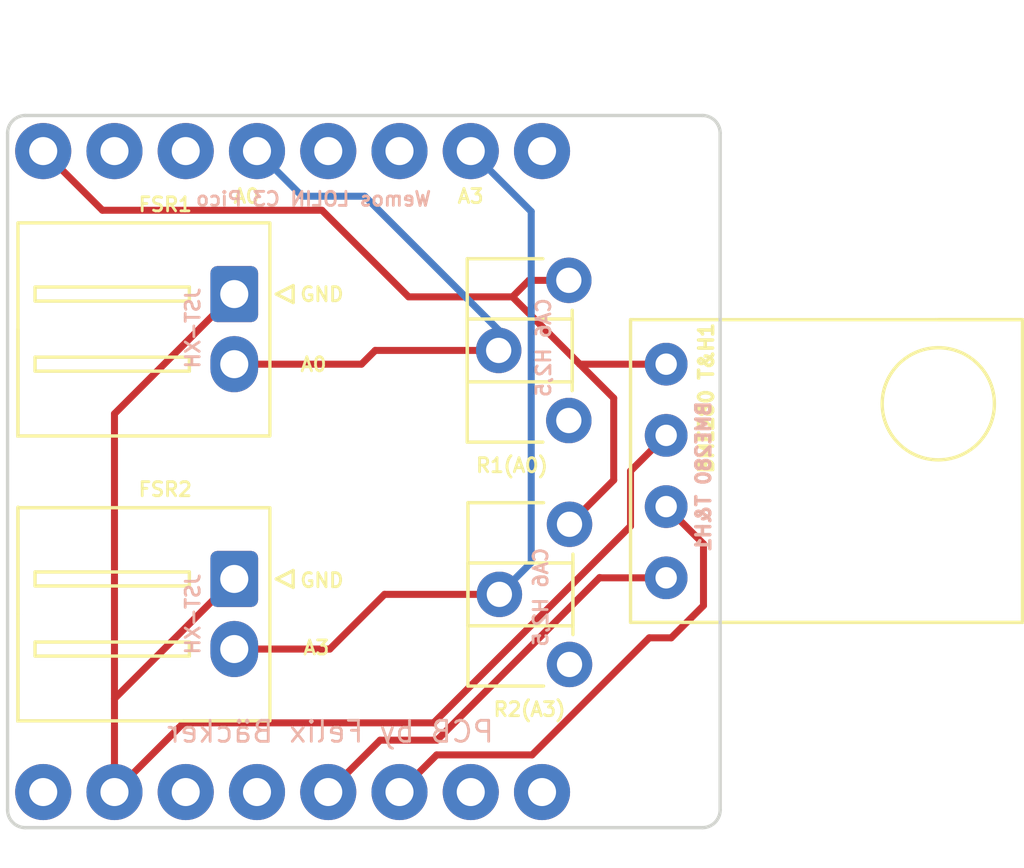
<source format=kicad_pcb>
(kicad_pcb (version 20211014) (generator pcbnew)
  (layers (0 "F.Cu" signal) (31 "B.Cu" signal) (34 "B.Paste" user) (35 "F.Paste" user) (36 "B.SilkS" user "B.Silkscreen") (37 "F.SilkS" user "F.Silkscreen") (38 "B.Mask" user) (39 "F.Mask" user) (44 "Edge.Cuts" user))
  (net 0 "")
  (net 1 "VIN")
  (net 2 "GND")
  (net 3 "3.3V")
  (net 4 "RST")
  (net 5 "A3")
  (net 6 "A2")
  (net 7 "A1")
  (net 8 "A0")
  (net 9 "A4")
  (net 10 "A5")
  (net 11 "SCL")
  (net 12 "SDA")
  (footprint "MountingHole:MountingHole_2.2mm_M2" (layer "F.Cu") (at 137.2 137.2)
    (fp_text reference "REF**" hide)
    (fp_text value "MountingHole_2.2mm_M2")
    (pad "" np_thru_hole circle (at 0 0) (size 2.2 2.2) (drill 2.2) (layers *.Cu *.Mask))
  )
  (footprint "Connector_JST:JST_XH_S2B-XH-A-1_1x02_P2.50mm_Horizontal" (layer "F.Cu") (at 114.375 152.4 -90)
    (fp_text reference "FSR2" (at -4.445 -5.64) (layer "F.SilkS") (effects (font (size 0.5 0.5) (thickness 0.1))))
    (fp_text value "JST_XH_S2B-XH-A-1_1x02_P2.50mm_Horizontal" hide)
    (fp_line (start -1 -1) (end -1 -6.5) (layer "F.SilkS") (width 0.12))
    (fp_line (start 1.5 -1) (end 1.5 -6.5) (layer "F.SilkS") (width 0.12))
    (fp_line (start -1 -6.5) (end -1.5 -6.5) (layer "F.SilkS") (width 0.12))
    (fp_line (start 1 -1) (end 1.5 -1) (layer "F.SilkS") (width 0.12))
    (fp_line (start 0 -0.39) (end -3.81 -0.39) (layer "F.SilkS") (width 0.12))
    (fp_line (start 1.5 -6.5) (end 1 -6.5) (layer "F.SilkS") (width 0.12))
    (fp_line (start -1.55 -10.2) (end -0.95 -10.2) (layer "F.SilkS") (width 0.12))
    (fp_line (start -1.5 -6.5) (end -1.5 -1) (layer "F.SilkS") (width 0.12))
    (fp_line (start 0 -0.39) (end 3.81 -0.39) (layer "F.SilkS") (width 0.12))
    (fp_line (start 1 -6.5) (end 1 -1) (layer "F.SilkS") (width 0.12))
    (fp_line (start -0.95 -10.2) (end -1.25 -9.6) (layer "F.SilkS") (width 0.12))
    (fp_line (start -1.5 -1) (end -1 -1) (layer "F.SilkS") (width 0.12))
    (fp_line (start -1.25 -9.6) (end -1.55 -10.2) (layer "F.SilkS") (width 0.12))
    (fp_rect (start 3.81 -0.39) (end -3.79 -9.37) (layer "F.SilkS") (width 0.12) (fill none))
    (pad "1" thru_hole roundrect (at -1.25 -8.1) (size 1.7 2) (drill 1) (layers *.Cu *.Mask) (roundrect_rratio 0.1470588235) (net 2 "GND"))
    (pad "2" thru_hole oval (at 1.25 -8.1) (size 1.7 2) (drill 1) (layers *.Cu *.Mask) (net 5 "A3"))
  )
  (footprint "Potentiometer_THT:Potentiometer_ACP_CA6-H2,5_Horizontal" (layer "F.Cu") (at 134.425 154.2 180)
    (fp_text reference "R2(A3)" (at 1.425 -1.6) (layer "F.SilkS") (effects (font (size 0.5 0.5) (thickness 0.1))))
    (fp_text value "Potentiometer_ACP_CA6-H2,5_Horizontal")
    (fp_line (start 3.62 -0.77) (end 3.62 5.77) (layer "F.SilkS") (width 0.12))
    (fp_line (start -0.121 3.62) (end 3.62 3.62) (layer "F.SilkS") (width 0.12))
    (fp_line (start 0.925 -0.77) (end 3.62 -0.77) (layer "F.SilkS") (width 0.12))
    (fp_line (start -0.121 1.38) (end -0.121 3.62) (layer "F.SilkS") (width 0.12))
    (fp_line (start 0.925 5.77) (end 3.62 5.77) (layer "F.SilkS") (width 0.12))
    (fp_line (start 3.62 1.38) (end 3.62 3.62) (layer "F.SilkS") (width 0.12))
    (fp_line (start -0.121 1.066) (end -0.121 3.935) (layer "F.SilkS") (width 0.12))
    (fp_line (start -0.121 1.38) (end 3.62 1.38) (layer "F.SilkS") (width 0.12))
    (pad "1" thru_hole circle (at 0 0 180) (size 1.62 1.62) (drill 0.9) (layers *.Cu *.Mask))
    (pad "2" thru_hole circle (at 2.5 2.5 180) (size 1.62 1.62) (drill 0.9) (layers *.Cu *.Mask) (net 5 "A3"))
    (pad "3" thru_hole circle (at 0 5 180) (size 1.62 1.62) (drill 0.9) (layers *.Cu *.Mask) (net 3 "3.3V"))
  )
  (footprint "Potentiometer_THT:Potentiometer_ACP_CA6-H2,5_Horizontal" (layer "F.Cu") (at 134.4 145.5 180)
    (fp_text reference "R1(A0)" (at 2.025 -1.6) (layer "F.SilkS") (effects (font (size 0.5 0.5) (thickness 0.1))))
    (fp_text value "Potentiometer_ACP_CA6-H2,5_Horizontal")
    (fp_line (start 3.62 -0.77) (end 3.62 5.77) (layer "F.SilkS") (width 0.12))
    (fp_line (start -0.121 3.62) (end 3.62 3.62) (layer "F.SilkS") (width 0.12))
    (fp_line (start 0.925 -0.77) (end 3.62 -0.77) (layer "F.SilkS") (width 0.12))
    (fp_line (start -0.121 1.38) (end -0.121 3.62) (layer "F.SilkS") (width 0.12))
    (fp_line (start 0.925 5.77) (end 3.62 5.77) (layer "F.SilkS") (width 0.12))
    (fp_line (start 3.62 1.38) (end 3.62 3.62) (layer "F.SilkS") (width 0.12))
    (fp_line (start -0.121 1.066) (end -0.121 3.935) (layer "F.SilkS") (width 0.12))
    (fp_line (start -0.121 1.38) (end 3.62 1.38) (layer "F.SilkS") (width 0.12))
    (pad "1" thru_hole circle (at 0 0 180) (size 1.62 1.62) (drill 0.9) (layers *.Cu *.Mask))
    (pad "2" thru_hole circle (at 2.5 2.5 180) (size 1.62 1.62) (drill 0.9) (layers *.Cu *.Mask) (net 8 "A0"))
    (pad "3" thru_hole circle (at 0 5 180) (size 1.62 1.62) (drill 0.9) (layers *.Cu *.Mask) (net 3 "3.3V"))
  )
  (footprint "Custom Footprints:BME280 5V" (layer "F.Cu") (at 136.6 147.3 -90)
    (fp_text reference "BME280 T&H1" (at -2.6 -2.7 90 unlocked) (layer "F.SilkS") (effects (font (size 0.5 0.5) (thickness 0.125))))
    (fp_text value "BME280 5V")
    (fp_line (start -5.3975 -13.97) (end -5.3975 -10.97) (layer "F.SilkS") (width 0.12))
    (fp_line (start -5.3975 -13.97) (end 5.3975 -13.97) (layer "F.SilkS") (width 0.12))
    (fp_line (start 5.3975 0) (end -5.3975 0) (layer "F.SilkS") (width 0.12))
    (fp_line (start -5.3975 0) (end -5.3975 -13.97) (layer "F.SilkS") (width 0.12))
    (fp_line (start 5.3975 -13.97) (end 5.3975 0) (layer "F.SilkS") (width 0.12))
    (fp_circle (center -2.3975 -10.97) (end -0.3975 -10.97) (layer "F.SilkS") (width 0.12) (fill none))
    (pad "1" thru_hole circle (at -3.81 -1.27 180) (size 1.524 1.524) (drill 0.762) (layers *.Cu *.Mask) (net 3 "3.3V"))
    (pad "2" thru_hole circle (at -1.27 -1.27 180) (size 1.524 1.524) (drill 0.762) (layers *.Cu *.Mask) (net 2 "GND"))
    (pad "3" thru_hole circle (at 1.27 -1.27 180) (size 1.524 1.524) (drill 0.762) (layers *.Cu *.Mask) (net 11 "SCL"))
    (pad "4" thru_hole circle (at 3.81 -1.27 180) (size 1.524 1.524) (drill 0.762) (layers *.Cu *.Mask) (net 12 "SDA"))
  )
  (footprint "MountingHole:MountingHole_2.2mm_M2" (layer "F.Cu") (at 137.2 157.44)
    (fp_text reference "REF**" hide)
    (fp_text value "MountingHole_2.2mm_M2")
    (pad "" np_thru_hole circle (at 0 0.04) (size 2.2 2.2) (drill 2.2) (layers F&B.Cu *.Mask))
  )
  (footprint "Connector_JST:JST_XH_S2B-XH-A-1_1x02_P2.50mm_Horizontal" (layer "F.Cu") (at 114.375 142.24 -90)
    (fp_text reference "FSR1" (at -4.445 -5.64) (layer "F.SilkS") (effects (font (size 0.5 0.5) (thickness 0.1))))
    (fp_text value "ST_XH_S2B-XH-A-1_1x02_P2.50mm_Horizontal" hide)
    (fp_line (start -1.5 -1) (end -1 -1) (layer "F.SilkS") (width 0.12))
    (fp_line (start -1 -6.5) (end -1.5 -6.5) (layer "F.SilkS") (width 0.12))
    (fp_line (start -1.5 -6.5) (end -1.5 -1) (layer "F.SilkS") (width 0.12))
    (fp_line (start 0 -0.39) (end 3.81 -0.39) (layer "F.SilkS") (width 0.12))
    (fp_line (start 1 -1) (end 1.5 -1) (layer "F.SilkS") (width 0.12))
    (fp_line (start 1 -6.5) (end 1 -1) (layer "F.SilkS") (width 0.12))
    (fp_line (start 1.5 -1) (end 1.5 -6.5) (layer "F.SilkS") (width 0.12))
    (fp_line (start -1 -1) (end -1 -6.5) (layer "F.SilkS") (width 0.12))
    (fp_line (start -1.25 -9.6) (end -1.55 -10.2) (layer "F.SilkS") (width 0.12))
    (fp_line (start -1.55 -10.2) (end -0.95 -10.2) (layer "F.SilkS") (width 0.12))
    (fp_line (start -0.95 -10.2) (end -1.25 -9.6) (layer "F.SilkS") (width 0.12))
    (fp_line (start 1.5 -6.5) (end 1 -6.5) (layer "F.SilkS") (width 0.12))
    (fp_rect (start 3.81 -0.39) (end -3.79 -9.37) (layer "F.SilkS") (width 0.12) (fill none))
    (pad "1" thru_hole roundrect (at -1.25 -8.1) (size 1.7 2) (drill 1) (layers *.Cu *.Mask) (roundrect_rratio 0.1470588235) (net 2 "GND"))
    (pad "2" thru_hole oval (at 1.25 -8.1) (size 1.7 2) (drill 1) (layers *.Cu *.Mask) (net 8 "A0"))
  )
  (footprint "Module:WEMOS_Lolin_ESP32-C3_Pico" (layer "F.Cu") (at 114.395 147.32 -90)
    (fp_text reference "Wemos LOLIN C3 Pico" (at -9.72 -10.905) (layer "B.SilkS") (effects (font (size 0.5 0.5) (thickness 0.1)) (justify mirror)))
    (fp_text value "ESP32-C3")
    (fp_line (start -12.7 -24.765) (end -12.7 -0.635) (layer "Edge.Cuts") (width 0.12))
    (fp_line (start 12.065 -25.4) (end -12.065 -25.4) (layer "Edge.Cuts") (width 0.12))
    (fp_line (start 12.7 -0.635) (end 12.7 -24.765) (layer "Edge.Cuts") (width 0.12))
    (fp_line (start -12.065 0) (end 12.065 0) (layer "Edge.Cuts") (width 0.12))
    (fp_arc (start -12.065 0) (mid -12.514013 -0.185987) (end -12.7 -0.635) (layer "Edge.Cuts") (width 0.12))
    (fp_arc (start -12.7 -24.765) (mid -12.514013 -25.214013) (end -12.065 -25.4) (layer "Edge.Cuts") (width 0.12))
    (fp_arc (start 12.065 -25.4) (mid 12.514013 -25.214013) (end 12.7 -24.765) (layer "Edge.Cuts") (width 0.12))
    (fp_arc (start 12.7 -0.635) (mid 12.514013 -0.185987) (end 12.065 0) (layer "Edge.Cuts") (width 0.12))
    (pad "1" thru_hole circle (at -11.43 -19.05 270) (size 2 2) (drill 1) (layers *.Cu *.Mask) (net 4 "RST"))
    (pad "2" thru_hole circle (at -11.43 -16.51 270) (size 2 2) (drill 1) (layers *.Cu *.Mask) (net 5 "A3"))
    (pad "3" thru_hole circle (at -11.43 -13.97 270) (size 2 2) (drill 1) (layers *.Cu *.Mask) (net 6 "A2"))
    (pad "4" thru_hole circle (at -11.43 -11.43 270) (size 2 2) (drill 1) (layers *.Cu *.Mask) (net 7 "A1"))
    (pad "5" thru_hole circle (at -11.43 -8.89 270) (size 2 2) (drill 1) (layers *.Cu *.Mask) (net 8 "A0"))
    (pad "6" thru_hole circle (at -11.43 -6.35 270) (size 2 2) (drill 1) (layers *.Cu *.Mask) (net 9 "A4"))
    (pad "7" thru_hole circle (at -11.43 -3.81 270) (size 2 2) (drill 1) (layers *.Cu *.Mask) (net 10 "A5"))
    (pad "8" thru_hole circle (at -11.43 -1.27 270) (size 2 2) (drill 1) (layers *.Cu *.Mask) (net 3 "3.3V"))
    (pad "9" thru_hole circle (at 11.43 -1.27 270) (size 2 2) (drill 1) (layers *.Cu *.Mask) (net 1 "VIN"))
    (pad "10" thru_hole circle (at 11.43 -3.81 270) (size 2 2) (drill 1) (layers *.Cu *.Mask) (net 2 "GND"))
    (pad "11" thru_hole circle (at 11.43 -6.35 270) (size 2 2) (drill 1) (layers *.Cu *.Mask))
    (pad "12" thru_hole circle (at 11.43 -8.89 270) (size 2 2) (drill 1) (layers *.Cu *.Mask))
    (pad "13" thru_hole circle (at 11.43 -11.43 270) (size 2 2) (drill 1) (layers *.Cu *.Mask) (net 12 "SDA"))
    (pad "14" thru_hole circle (at 11.43 -13.97 270) (size 2 2) (drill 1) (layers *.Cu *.Mask) (net 11 "SCL"))
    (pad "15" thru_hole circle (at 11.43 -16.51 270) (size 2 2) (drill 1) (layers *.Cu *.Mask))
    (pad "16" thru_hole circle (at 11.43 -19.05 270) (size 2 2) (drill 1) (layers *.Cu *.Mask))
  )
  (gr_text "CA6 H2,5" (at 133.4 151.8 90) (layer "B.SilkS") (effects (font (size 0.5 0.5) (thickness 0.1)) (justify mirror)))
  (gr_text "CA6 H2,5" (at 133.5 142.9 90) (layer "B.SilkS") (effects (font (size 0.5 0.5) (thickness 0.1)) (justify mirror)))
  (gr_text "JST-XH" (at 121 152.4 90) (layer "B.SilkS") (effects (font (size 0.5 0.5) (thickness 0.1)) (justify mirror)))
  (gr_text "PCB by Felix Bäcker" (at 125.9 156.6) (layer "B.SilkS") (effects (font (size 0.75 0.75) (thickness 0.1)) (justify mirror)))
  (gr_text "BME280 T&H1" (at 139.2 147.5 90) (layer "B.SilkS") (effects (font (size 0.5 0.5) (thickness 0.125)) (justify mirror)))
  (gr_text "JST-XH" (at 121 142.2 90) (layer "B.SilkS") (effects (font (size 0.5 0.5) (thickness 0.1)) (justify mirror)))
  (gr_text "GND" (at 125.6 141) (layer "F.SilkS") (effects (font (size 0.5 0.5) (thickness 0.1))))
  (gr_text "GND" (at 125.6 151.2) (layer "F.SilkS") (effects (font (size 0.5 0.5) (thickness 0.1))))
  (gr_text "A3" (at 130.9 137.5) (layer "F.SilkS") (effects (font (size 0.5 0.5) (thickness 0.1))))
  (gr_text "A0		" (at 124.4 137.5) (layer "F.SilkS") (effects (font (size 0.5 0.5) (thickness 0.1))))
  (gr_text "A3" (at 125.4 153.6) (layer "F.SilkS") (effects (font (size 0.5 0.5) (thickness 0.1))))
  (gr_text "A0" (at 125.3 143.5) (layer "F.SilkS") (effects (font (size 0.5 0.5) (thickness 0.1))))
  (segment (start 120.673198 156.281802) (end 129.581802 156.281802) (width 0.25) (layer "F.Cu") (net 2))
  (segment (start 118.205 155.42) (end 122.475 151.15) (width 0.25) (layer "F.Cu") (net 2))
  (segment (start 136.59948 149.264124) (end 136.59948 147.30052) (width 0.25) (layer "F.Cu") (net 2))
  (segment (start 136.59948 147.30052) (end 137.87 146.03) (width 0.25) (layer "F.Cu") (net 2))
  (segment (start 118.205 158.75) (end 120.673198 156.281802) (width 0.25) (layer "F.Cu") (net 2))
  (segment (start 118.205 158.75) (end 118.205 155.42) (width 0.25) (layer "F.Cu") (net 2))
  (segment (start 118.205 145.26) (end 118.205 155.42) (width 0.25) (layer "F.Cu") (net 2))
  (segment (start 129.581802 156.281802) (end 136.59948 149.264124) (width 0.25) (layer "F.Cu") (net 2))
  (segment (start 122.475 140.99) (end 118.205 145.26) (width 0.25) (layer "F.Cu") (net 2))
  (segment (start 132.39 141.09) (end 132.98 140.5) (width 0.25) (layer "F.Cu") (net 3))
  (segment (start 132.98 140.5) (end 134.4 140.5) (width 0.25) (layer "F.Cu") (net 3))
  (segment (start 125.6 138) (end 128.69 141.09) (width 0.25) (layer "F.Cu") (net 3))
  (segment (start 136 144.7) (end 136 147.625) (width 0.25) (layer "F.Cu") (net 3))
  (segment (start 132.39 141.09) (end 134.79 143.49) (width 0.25) (layer "F.Cu") (net 3))
  (segment (start 128.69 141.09) (end 132.39 141.09) (width 0.25) (layer "F.Cu") (net 3))
  (segment (start 134.425 149.2) (end 136 147.625) (width 0.25) (layer "F.Cu") (net 3))
  (segment (start 134.79 143.49) (end 137.87 143.49) (width 0.25) (layer "F.Cu") (net 3))
  (segment (start 117.775 138) (end 125.6 138) (width 0.25) (layer "F.Cu") (net 3))
  (segment (start 134.79 143.49) (end 136 144.7) (width 0.25) (layer "F.Cu") (net 3))
  (segment (start 115.665 135.89) (end 117.775 138) (width 0.25) (layer "F.Cu") (net 3))
  (segment (start 127.831088 151.7) (end 125.881088 153.65) (width 0.25) (layer "F.Cu") (net 5))
  (segment (start 131.925 151.7) (end 127.831088 151.7) (width 0.25) (layer "F.Cu") (net 5))
  (segment (start 125.881088 153.65) (end 122.475 153.65) (width 0.25) (layer "F.Cu") (net 5))
  (segment (start 133.06 138.045) (end 133.06 150.565) (width 0.25) (layer "B.Cu") (net 5))
  (segment (start 133.06 150.565) (end 131.925 151.7) (width 0.25) (layer "B.Cu") (net 5))
  (segment (start 130.905 135.89) (end 133.06 138.045) (width 0.25) (layer "B.Cu") (net 5))
  (segment (start 127.01 143.49) (end 127.5 143) (width 0.25) (layer "F.Cu") (net 8))
  (segment (start 127.5 143) (end 131.9 143) (width 0.25) (layer "F.Cu") (net 8))
  (segment (start 122.475 143.49) (end 127.01 143.49) (width 0.25) (layer "F.Cu") (net 8))
  (segment (start 124.895 137.5) (end 127.125 137.5) (width 0.25) (layer "B.Cu") (net 8))
  (segment (start 123.285 135.89) (end 124.895 137.5) (width 0.25) (layer "B.Cu") (net 8))
  (segment (start 131.9 142.275) (end 131.9 143) (width 0.25) (layer "B.Cu") (net 8))
  (segment (start 127.125 137.5) (end 131.9 142.275) (width 0.25) (layer "B.Cu") (net 8))
  (segment (start 133.092251 157.425) (end 137.267251 153.25) (width 0.25) (layer "F.Cu") (net 11))
  (segment (start 139.2 149.9) (end 137.87 148.57) (width 0.25) (layer "F.Cu") (net 11))
  (segment (start 129.69 157.425) (end 133.092251 157.425) (width 0.25) (layer "F.Cu") (net 11))
  (segment (start 128.365 158.75) (end 129.69 157.425) (width 0.25) (layer "F.Cu") (net 11))
  (segment (start 137.267251 153.25) (end 138.05 153.25) (width 0.25) (layer "F.Cu") (net 11))
  (segment (start 139.2 152.1) (end 139.2 149.9) (width 0.25) (layer "F.Cu") (net 11))
  (segment (start 138.05 153.25) (end 139.2 152.1) (width 0.25) (layer "F.Cu") (net 11))
  (segment (start 135.51 151.11) (end 135.5 151.1) (width 0.25) (layer "F.Cu") (net 12))
  (segment (start 127.675 156.9) (end 125.825 158.75) (width 0.25) (layer "F.Cu") (net 12))
  (segment (start 135.5 151.1) (end 129.7 156.9) (width 0.25) (layer "F.Cu") (net 12))
  (segment (start 137.87 151.11) (end 135.51 151.11) (width 0.25) (layer "F.Cu") (net 12))
  (segment (start 129.7 156.9) (end 127.675 156.9) (width 0.25) (layer "F.Cu") (net 12))
)
</source>
